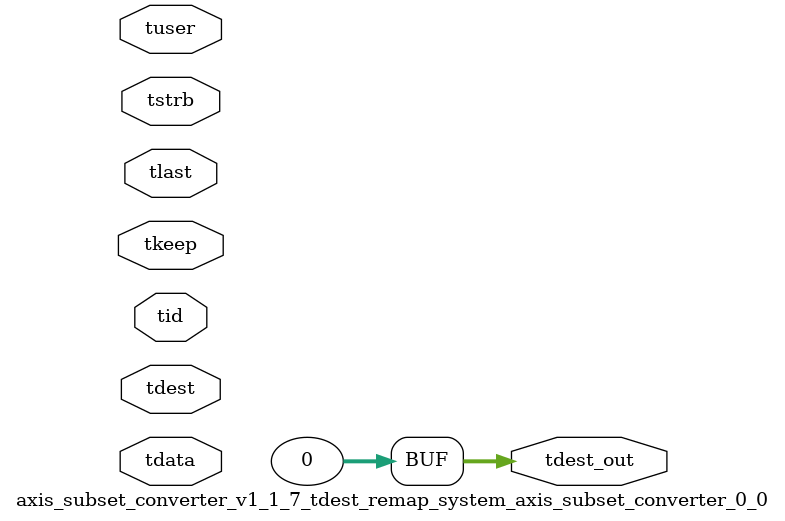
<source format=v>


`timescale 1ps/1ps

module axis_subset_converter_v1_1_7_tdest_remap_system_axis_subset_converter_0_0 #
(
parameter C_S_AXIS_TDATA_WIDTH = 32,
parameter C_S_AXIS_TUSER_WIDTH = 0,
parameter C_S_AXIS_TID_WIDTH   = 0,
parameter C_S_AXIS_TDEST_WIDTH = 0,
parameter C_M_AXIS_TDEST_WIDTH = 32
)
(
input  [(C_S_AXIS_TDATA_WIDTH == 0 ? 1 : C_S_AXIS_TDATA_WIDTH)-1:0     ] tdata,
input  [(C_S_AXIS_TUSER_WIDTH == 0 ? 1 : C_S_AXIS_TUSER_WIDTH)-1:0     ] tuser,
input  [(C_S_AXIS_TID_WIDTH   == 0 ? 1 : C_S_AXIS_TID_WIDTH)-1:0       ] tid,
input  [(C_S_AXIS_TDEST_WIDTH == 0 ? 1 : C_S_AXIS_TDEST_WIDTH)-1:0     ] tdest,
input  [(C_S_AXIS_TDATA_WIDTH/8)-1:0 ] tkeep,
input  [(C_S_AXIS_TDATA_WIDTH/8)-1:0 ] tstrb,
input                                                                    tlast,
output [C_M_AXIS_TDEST_WIDTH-1:0] tdest_out
);

assign tdest_out = {1'b0};

endmodule


</source>
